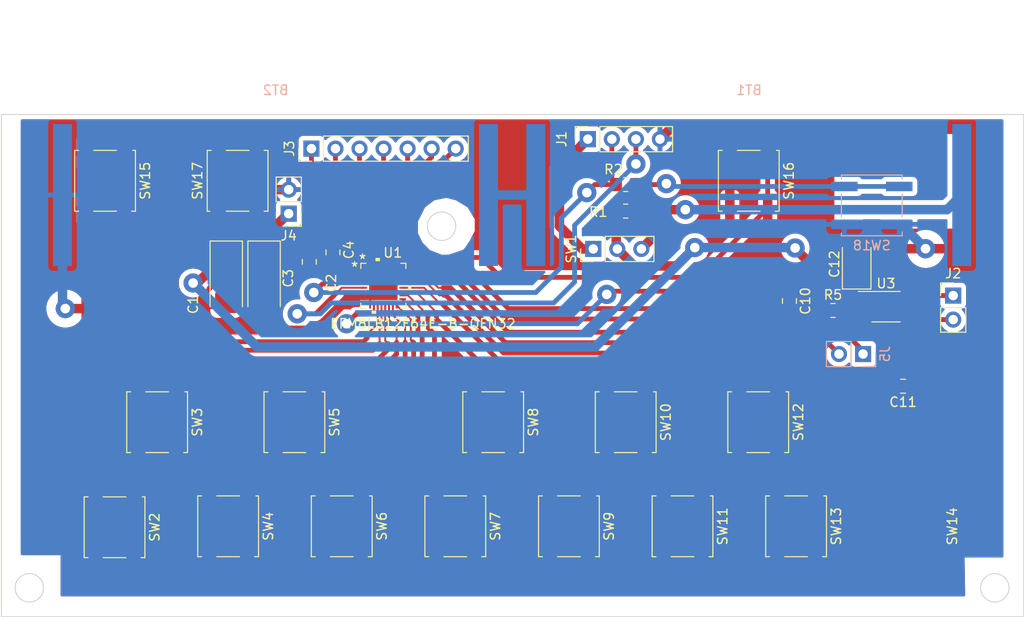
<source format=kicad_pcb>
(kicad_pcb (version 20211014) (generator pcbnew)
  (layers (0 "F.Cu" signal) (31 "B.Cu" signal) (34 "B.Paste" user) (35 "F.Paste" user) (36 "B.SilkS" user "B.Silkscreen") (37 "F.SilkS" user "F.Silkscreen") (38 "B.Mask" user) (39 "F.Mask" user) (44 "Edge.Cuts" user))
  (net 0 "")
  (net 1 "Net-(BT1-Pad1)")
  (net 2 "Net-(BT1-Pad2)")
  (net 3 "GND")
  (net 4 "/Debug_Power")
  (net 5 "/C2CLK")
  (net 6 "/C2D")
  (net 7 "/Low_C")
  (net 8 "/C#")
  (net 9 "/D")
  (net 10 "/D#")
  (net 11 "/E")
  (net 12 "/F")
  (net 13 "/F#")
  (net 14 "/G")
  (net 15 "/G#")
  (net 16 "/A")
  (net 17 "/A#")
  (net 18 "/B")
  (net 19 "/C")
  (net 20 "/Down")
  (net 21 "/Function")
  (net 22 "/Up")
  (net 23 "Net-(R1-Pad2)")
  (net 24 "/GPIO_4")
  (net 25 "VDD")
  (net 26 "/DAC")
  (net 27 "/GPIO_0")
  (net 28 "/Uart_RX")
  (net 29 "/Uart_TX")
  (net 30 "/GPIO_1")
  (net 31 "/GPIO_2")
  (net 32 "/GPIO_3")
  (net 33 "/V_pot_in")
  (net 34 "Net-(C11-Pad2)")
  (net 35 "/SPK-")
  (net 36 "/SPK+")
  (net 38 "/V_pot_out")
  (footprint "Capacitor_SMD:C_0805_2012Metric_Pad1.18x1.45mm_HandSolder" (layer "F.Cu") (at 251.5 58.9 180)
    (fp_text reference "C11")
    (fp_text value "0.1u")
  )
  (footprint "Connector_PinHeader_2.54mm:PinHeader_1x03_P2.54mm_Vertical" (layer "F.Cu") (at 218.775 44.4 90)
    (fp_text reference "SW1")
    (fp_text value "Power Switch")
  )
  (footprint "Capacitor_SMD:C_0805_2012Metric_Pad1.18x1.45mm_HandSolder" (layer "F.Cu") (at 188.7752 45.762499 -90)
    (fp_text reference "C2")
    (fp_text value "0.1u")
  )
  (footprint "Capacitor_Tantalum_SMD:CP_EIA-6032-28_Kemet-C_Pad2.25x2.35mm_HandSolder" (layer "F.Cu") (at 180 47.5 -90)
    (fp_text reference "C1")
    (fp_text value "4.7u")
  )
  (footprint "Button_Switch_SMD:SW_Push_1P1T_NO_CK_KSC7xxJ" (layer "F.Cu") (at 235.2 37.2 90)
    (fp_text reference "SW16")
    (fp_text value "Function")
  )
  (footprint "Button_Switch_SMD:SW_Push_1P1T_NO_CK_KSC7xxJ" (layer "F.Cu") (at 167.2 37.2 90)
    (fp_text reference "SW15")
    (fp_text value "Down Octave")
  )
  (footprint "Button_Switch_SMD:SW_Push_1P1T_NO_CK_KSC7xxJ" (layer "F.Cu") (at 168.2 73.8 90)
    (fp_text reference "SW2")
    (fp_text value "Low C")
  )
  (footprint "Button_Switch_SMD:SW_Push_1P1T_NO_CK_KSC7xxJ" (layer "F.Cu") (at 187.2 62.7 90)
    (fp_text reference "SW5")
    (fp_text value "D# Eb")
  )
  (footprint "Connector_PinSocket_2.54mm:PinSocket_1x04_P2.54mm_Vertical" (layer "F.Cu") (at 218.2 32.8 90)
    (fp_text reference "J1")
    (fp_text value "Conn_01x04_Male")
  )
  (footprint "QFN32:EFM8LB12F64E-B-QFN32" (layer "F.Cu") (at 196.6 48.299999)
    (fp_text reference "U1")
    (fp_text value "EFM8LB12F64E-B-QFN32")
  )
  (footprint "Button_Switch_SMD:SW_Push_1P1T_NO_CK_KSC7xxJ" (layer "F.Cu") (at 204.2 73.7 90)
    (fp_text reference "SW7")
    (fp_text value "F")
  )
  (footprint "button:SW_Push_hand_solder" (layer "F.Cu") (at 252.2 73.7 90)
    (fp_text reference "SW14")
    (fp_text value "C")
  )
  (footprint "Capacitor_Tantalum_SMD:CP_EIA-3528-12_Kemet-T_Pad1.50x2.35mm_HandSolder" (layer "F.Cu") (at 246.6 46 90)
    (fp_text reference "C12")
    (fp_text value "1u")
  )
  (footprint "Capacitor_Tantalum_SMD:CP_EIA-6032-28_Kemet-C_Pad2.25x2.35mm_HandSolder" (layer "F.Cu") (at 184 47.5 -90)
    (fp_text reference "C3")
    (fp_text value "4.7u")
  )
  (footprint "Resistor_SMD:R_0805_2012Metric_Pad1.20x1.40mm_HandSolder" (layer "F.Cu") (at 222.2 37.6)
    (fp_text reference "R2")
    (fp_text value "1K")
  )
  (footprint "Button_Switch_SMD:SW_Push_1P1T_NO_CK_KSC7xxJ" (layer "F.Cu") (at 192.2 73.7 90)
    (fp_text reference "SW6")
    (fp_text value "E")
  )
  (footprint "Button_Switch_SMD:SW_Push_1P1T_NO_CK_KSC7xxJ" (layer "F.Cu") (at 208.2 62.7 90)
    (fp_text reference "SW8")
    (fp_text value "F# Gb")
  )
  (footprint "Button_Switch_SMD:SW_Push_1P1T_NO_CK_KSC7xxJ" (layer "F.Cu") (at 216.2 73.7 90)
    (fp_text reference "SW9")
    (fp_text value "G")
  )
  (footprint "Button_Switch_SMD:SW_Push_1P1T_NO_CK_KSC7xxJ" (layer "F.Cu") (at 180.2 73.7 90)
    (fp_text reference "SW4")
    (fp_text value "D")
  )
  (footprint "Button_Switch_SMD:SW_Push_1P1T_NO_CK_KSC7xxJ" (layer "F.Cu") (at 240.2 73.7 90)
    (fp_text reference "SW13")
    (fp_text value "B")
  )
  (footprint "Package_SO:MSOP-8_3x3mm_P0.65mm" (layer "F.Cu") (at 249.7 50.5)
    (fp_text reference "U3")
    (fp_text value "PAM8302AAD")
  )
  (footprint "Connector_PinHeader_2.54mm:PinHeader_1x02_P2.54mm_Vertical" (layer "F.Cu") (at 256.8 49.325)
    (fp_text reference "J2")
    (fp_text value "Conn_01x02_Male")
  )
  (footprint "Resistor_SMD:R_0805_2012Metric_Pad1.20x1.40mm_HandSolder" (layer "F.Cu") (at 244.1 50.9)
    (fp_text reference "R5")
    (fp_text value "R")
  )
  (footprint "Connector_PinHeader_2.54mm:PinHeader_1x07_P2.54mm_Vertical" (layer "F.Cu") (at 189 33.8 90)
    (fp_text reference "J3")
    (fp_text value "Conn_01x07_Male")
  )
  (footprint "Button_Switch_SMD:SW_Push_1P1T_NO_CK_KSC7xxJ" (layer "F.Cu") (at 172.7 62.7 90)
    (fp_text reference "SW3")
    (fp_text value "C# Db")
  )
  (footprint "Button_Switch_SMD:SW_Push_1P1T_NO_CK_KSC7xxJ" (layer "F.Cu") (at 236.2 62.7 90)
    (fp_text reference "SW12")
    (fp_text value "A# Bb")
  )
  (footprint "Button_Switch_SMD:SW_Push_1P1T_NO_CK_KSC7xxJ" (layer "F.Cu") (at 181.2 37.2 -90)
    (fp_text reference "SW17")
    (fp_text value "Up Octave")
  )
  (footprint "Button_Switch_SMD:SW_Push_1P1T_NO_CK_KSC7xxJ" (layer "F.Cu") (at 228.2 73.7 90)
    (fp_text reference "SW11")
    (fp_text value "A")
  )
  (footprint "Capacitor_SMD:C_0805_2012Metric_Pad1.18x1.45mm_HandSolder" (layer "F.Cu") (at 239.5 49.9 -90)
    (fp_text reference "C10")
    (fp_text value "0.1u")
  )
  (footprint "Resistor_SMD:R_0805_2012Metric_Pad1.20x1.40mm_HandSolder" (layer "F.Cu") (at 222.2 40.4)
    (fp_text reference "R1")
    (fp_text value "10K")
  )
  (footprint "Connector_PinHeader_2.54mm:PinHeader_1x02_P2.54mm_Vertical" (layer "F.Cu") (at 186.6 40.675 180)
    (fp_text reference "J4")
    (fp_text value "Conn_01x02_Male")
  )
  (footprint "Capacitor_SMD:C_0805_2012Metric_Pad1.18x1.45mm_HandSolder" (layer "F.Cu") (at 191.2752 44.762499 -90)
    (fp_text reference "C4")
    (fp_text value "0.1u")
  )
  (footprint "Button_Switch_SMD:SW_Push_1P1T_NO_CK_KSC7xxJ" (layer "F.Cu") (at 222.2 62.7 90)
    (fp_text reference "SW10")
    (fp_text value "G# Ab")
  )
  (footprint "Battery:Battery AAA" (layer "B.Cu") (at 185.2 38.7 180)
    (fp_text reference "BT2")
    (fp_text value "Battery_Cell")
  )
  (footprint "Button_Switch_SMD:SW_Push_1P1T_NO_CK_KSC7xxJ" (layer "B.Cu") (at 248.2 39.8 180)
    (fp_text reference "SW18")
    (fp_text value "Reset")
  )
  (footprint "Connector_PinHeader_2.54mm:PinHeader_1x02_P2.54mm_Vertical" (layer "B.Cu") (at 247.275 55.5 90)
    (fp_text reference "J5")
    (fp_text value "Conn_01x02_Male")
  )
  (footprint "Battery:Battery AAA" (layer "B.Cu") (at 235.2 38.7 180)
    (fp_text reference "BT1")
    (fp_text value "Battery_Cell")
  )
  (gr_rect (start 156.25 30.2) (end 264.25 83.25) (layer "Edge.Cuts") (width 0.1) (fill none))
  (gr_circle (center 202.75 42) (end 204.25 42) (layer "Edge.Cuts") (width 0.1) (fill none))
  (gr_circle (center 261.2 80.2) (end 259.7 80.2) (layer "Edge.Cuts") (width 0.1) (fill none))
  (gr_circle (center 159.2 80.2) (end 160.7 80.2) (layer "Edge.Cuts") (width 0.1) (fill none))
  (segment (start 225.7 42.555) (end 223.855 44.4) (width 1) (layer "F.Cu") (net 1))
  (segment (start 228.5 40.25) (end 226.65 40.25) (width 1) (layer "F.Cu") (net 1))
  (segment (start 225.7 41.2) (end 225.7 42.555) (width 1) (layer "F.Cu") (net 1))
  (segment (start 226.65 40.25) (end 225.7 41.2) (width 1) (layer "F.Cu") (net 1))
  (via (at 228.5 40.25) (size 2.032) (drill 1.016) (layers "F.Cu" "B.Cu") (net 1))
  (segment (start 256.15 40.25) (end 228.5 40.25) (width 1) (layer "B.Cu") (net 1))
  (segment (start 257.7 38.7) (end 256.15 40.25) (width 1) (layer "B.Cu") (net 1))
  (segment (start 212.7 38.7) (end 207.7 38.7) (width 1) (layer "B.Cu") (net 2))
  (segment (start 258.75 31.75) (end 232.75 31.75) (width 1) (layer "F.Cu") (net 3))
  (segment (start 214.25 79.25) (end 226.5 79.25) (width 1) (layer "F.Cu") (net 3))
  (segment (start 178.1 42.6) (end 174.5 46.2) (width 1) (layer "F.Cu") (net 3))
  (segment (start 178.2 79.2) (end 178.25 79.25) (width 0.508) (layer "F.Cu") (net 3))
  (segment (start 190 79) (end 189.75 79.25) (width 0.508) (layer "F.Cu") (net 3))
  (segment (start 220.2 59.8) (end 220.2 65.6) (width 0.508) (layer "F.Cu") (net 3))
  (segment (start 183.2 34.3) (end 183.2 37.3) (width 1) (layer "F.Cu") (net 3))
  (segment (start 211.4 70.8) (end 214.2 70.8) (width 0.508) (layer "F.Cu") (net 3))
  (segment (start 170.7 59.8) (end 170.7 65.6) (width 0.508) (layer "F.Cu") (net 3))
  (segment (start 191.2752 45.799999) (end 190.950001 45.799999) (width 0.508) (layer "F.Cu") (net 3))
  (segment (start 166.2 76.7) (end 168.75 79.25) (width 1) (layer "F.Cu") (net 3))
  (segment (start 214.2 76.6) (end 214.2 79.2) (width 0.508) (layer "F.Cu") (net 3))
  (segment (start 178.25 79.25) (end 189.75 79.25) (width 1) (layer "F.Cu") (net 3))
  (segment (start 183.2 32.8) (end 183.2 34.3) (width 1) (layer "F.Cu") (net 3))
  (segment (start 186.25 53) (end 184 50.75) (width 1) (layer "F.Cu") (net 3))
  (segment (start 259.5 54.75) (end 259.5 44) (width 1) (layer "F.Cu") (net 3))
  (segment (start 250.2 78.45) (end 251 79.25) (width 0.508) (layer "F.Cu") (net 3))
  (segment (start 174.5 49.5) (end 175.25 50.25) (width 1) (layer "F.Cu") (net 3))
  (segment (start 183.8 50.25) (end 184 50.05) (width 1) (layer "F.Cu") (net 3))
  (segment (start 195.599999 49.3) (end 196.6 48.299999) (width 1) (layer "F.Cu") (net 3))
  (segment (start 183.2 41) (end 181.6 42.6) (width 1) (layer "F.Cu") (net 3))
  (segment (start 220.2 65.6) (end 225.4 70.8) (width 0.508) (layer "F.Cu") (net 3))
  (segment (start 190 79) (end 191.25 79) (width 0.508) (layer "F.Cu") (net 3))
  (segment (start 183.2 40.1) (end 183.2 41) (width 1) (layer "F.Cu") (net 3))
  (segment (start 165.2 40.1) (end 165.2 50.7) (width 1) (layer "F.Cu") (net 3))
  (segment (start 181.65 31.25) (end 183.2 32.8) (width 1) (layer "F.Cu") (net 3))
  (segment (start 238.2 76.6) (end 238.2 79.2) (width 0.508) (layer "F.Cu") (net 3))
  (segment (start 233.2 40.1) (end 233.2 32.2) (width 1) (layer "F.Cu") (net 3))
  (segment (start 191.5 79.25) (end 202.25 79.25) (width 1) (layer "F.Cu") (net 3))
  (segment (start 184 50.05) (end 184.7 50.05) (width 0.508) (layer "F.Cu") (net 3))
  (segment (start 202.2 70.8) (end 202.2 76.6) (width 0.508) (layer "F.Cu") (net 3))
  (segment (start 166.2 68.2) (end 166.2 70.9) (width 1) (layer "F.Cu") (net 3))
  (segment (start 168.25 31.25) (end 181.65 31.25) (width 1) (layer "F.Cu") (net 3))
  (segment (start 168.75 79.25) (end 178.25 79.25) (width 1) (layer "F.Cu") (net 3))
  (segment (start 232.75 31.75) (end 226.87 31.75) (width 1) (layer "F.Cu") (net 3))
  (segment (start 234.2 66.8) (end 238.2 70.8) (width 0.508) (layer "F.Cu") (net 3))
  (segment (start 184.7 50.05) (end 187.950001 46.799999) (width 0.508) (layer "F.Cu") (net 3))
  (segment (start 249.625 44.375) (end 253.875 44.375) (width 1) (layer "F.Cu") (net 3))
  (segment (start 178.2 70.8) (end 178.2 79.2) (width 0.508) (layer "F.Cu") (net 3))
  (segment (start 190.2 70.8) (end 190.2 78.8) (width 0.508) (layer "F.Cu") (net 3))
  (segment (start 193.25 50) (end 192.5 50) (width 1) (layer "F.Cu") (net 3))
  (segment (start 259.125 44.375) (end 259.5 44) (width 1) (layer "F.Cu") (net 3))
  (segment (start 185.2 59.8) (end 185.2 65.6) (width 0.508) (layer "F.Cu") (net 3))
  (segment (start 226.2 70.8) (end 226.2 76.6) (width 0.508) (layer "F.Cu") (net 3))
  (segment (start 250.675 50.175) (end 250 49.5) (width 0.3) (layer "F.Cu") (net 3))
  (segment (start 202.2 76.6) (end 202.2 79.2) (width 0.508) (layer "F.Cu") (net 3))
  (segment (start 226.2 78.95) (end 226.5 79.25) (width 0.508) (layer "F.Cu") (net 3))
  (segment (start 249.5 49) (end 249.5 47.5) (width 0.3) (layer "F.Cu") (net 3))
  (segment (start 175.9 70.8) (end 178.2 70.8) (width 0.508) (layer "F.Cu") (net 3))
  (segment (start 192.5 50) (end 190.75 51.75) (width 1) (layer "F.Cu") (net 3))
  (segment (start 165.2 50.7) (end 163 50.7) (width 1) (layer "F.Cu") (net 3))
  (segment (start 226.87 31.75) (end 225.82 32.8) (width 1) (layer "F.Cu") (net 3))
  (segment (start 214.2 79.2) (end 214.25 79.25) (width 0.508) (layer "F.Cu") (net 3))
  (segment (start 234.2 65.6) (end 234.2 66.8) (width 0.508) (layer "F.Cu") (net 3))
  (segment (start 170.7 65.6) (end 175.9 70.8) (width 0.508) (layer "F.Cu") (net 3))
  (segment (start 185.2 65.8) (end 190.2 70.8) (width 0.508) (layer "F.Cu") (net 3))
  (segment (start 190.75 52.5) (end 190.25 53) (width 1) (layer "F.Cu") (net 3))
  (segment (start 186.6 38.135) (end 184.035 38.135) (width 1) (layer "F.Cu") (net 3))
  (segment (start 165.2 50.7) (end 165.2 67.2) (width 1) (layer "F.Cu") (net 3))
  (segment (start 183.2 37.3) (end 183.2 40.1) (width 1) (layer "F.Cu") (net 3))
  (segment (start 249.625 44.375) (end 249.625 47.125) (width 1) (layer "F.Cu") (net 3))
  (segment (start 253.875 44.375) (end 259.125 44.375) (width 1) (layer "F.Cu") (net 3))
  (segment (start 250 49.5) (end 249.5 49) (width 0.3) (layer "F.Cu") (net 3))
  (segment (start 190.75 51.75) (end 190.75 52.5) (width 1) (layer "F.Cu") (net 3))
  (segment (start 214.2 70.8) (end 214.2 76.6) (width 0.508) (layer "F.Cu") (net 3))
  (segment (start 206.2 65.6) (end 211.4 70.8) (width 0.508) (layer "F.Cu") (net 3))
  (segment (start 226.5 79.25) (end 238.25 79.25) (width 1) (layer "F.Cu") (net 3))
  (segment (start 174.5 46.2) (end 174.5 49.5) (width 1) (layer "F.Cu") (net 3))
  (segment (start 226.2 76.6) (end 226.2 78.95) (width 0.508) (layer "F.Cu") (net 3))
  (segment (start 195.2 49.699999) (end 196.6 48.299999) (width 0.2) (layer "F.Cu") (net 3))
  (segment (start 184.035 38.135) (end 183.2 37.3) (width 1) (layer "F.Cu") (net 3))
  (segment (start 194.550002 49.3) (end 195.599999 49.3) (width 1) (layer "F.Cu") (net 3))
  (segment (start 190.2 78.8) (end 190 79) (width 0.508) (layer "F.Cu") (net 3))
  (segment (start 185.2 65.6) (end 185.2 65.8) (width 0.508) (layer "F.Cu") (net 3))
  (segment (start 190.25 53) (end 186.25 53) (width 1) (layer "F.Cu") (net 3))
  (segment (start 249.625 47.125) (end 249.5 47.25) (width 1) (layer "F.Cu") (net 3))
  (segment (start 190.950001 45.799999) (end 190.25 46.5) (width 0.508) (layer "F.Cu") (net 3))
  (segment (start 255.25 79.25) (end 257.5 77) (width 1) (layer "F.Cu") (net 3))
  (segment (start 165.2 34.3) (end 168.25 31.25) (width 1) (layer "F.Cu") (net 3))
  (segment (start 238.2 70.8) (end 238.2 76.6) (width 0.508) (layer "F.Cu") (net 3))
  (segment (start 257.5 77) (end 257.5 58.75) (width 1) (layer "F.Cu") (net 3))
  (segment (start 206.2 59.8) (end 206.2 65.6) (width 0.508) (layer "F.Cu") (net 3))
  (segment (start 165.2 34.3) (end 165.2 40.1) (width 1) (layer "F.Cu") (net 3))
  (segment (start 194.550002 49.3) (end 193.95 49.3) (width 1) (layer "F.Cu") (net 3))
  (segment (start 251.8125 50.175) (end 250.675 50.175) (width 0.3) (layer "F.Cu") (net 3))
  (segment (start 225.4 70.8) (end 226.2 70.8) (width 0.508) (layer "F.Cu") (net 3))
  (segment (start 233.2 32.2) (end 232.75 31.75) (width 1) (layer "F.Cu") (net 3))
  (segment (start 189.075199 46.5) (end 188.7752 46.799999) (width 0.508) (layer "F.Cu") (net 3))
  (segment (start 246.6 44.375) (end 249.625 44.375) (width 1) (layer "F.Cu") (net 3))
  (segment (start 257.35 58.9) (end 257.5 58.75) (width 1) (layer "F.Cu") (net 3))
  (segment (start 189.75 79.25) (end 191.5 79.25) (width 1) (layer "F.Cu") (net 3))
  (segment (start 202.2 79.2) (end 202.25 79.25) (width 0.508) (layer "F.Cu") (net 3))
  (segment (start 250.2 70.8) (end 250.2 76.6) (width 0.508) (layer "F.Cu") (net 3))
  (segment (start 175.25 50.25) (end 183.8 50.25) (width 1) (layer "F.Cu") (net 3))
  (segment (start 193.95 49.3) (end 193.25 50) (width 1) (layer "F.Cu") (net 3))
  (segment (start 166.2 70.9) (end 166.2 76.7) (width 1) (layer "F.Cu") (net 3))
  (segment (start 191.25 79) (end 191.5 79.25) (width 0.508) (layer "F.Cu") (net 3))
  (segment (start 195.2 50.349997) (end 195.2 49.699999) (width 0.2) (layer "F.Cu") (net 3))
  (segment (start 165.2 67.2) (end 166.2 68.2) (width 1) (layer "F.Cu") (net 3))
  (segment (start 259.5 32.5) (end 258.75 31.75) (width 1) (layer "F.Cu") (net 3))
  (segment (start 251 79.25) (end 255.25 79.25) (width 1) (layer "F.Cu") (net 3))
  (segment (start 202.25 79.25) (end 214.25 79.25) (width 1) (layer "F.Cu") (net 3))
  (segment (start 238.25 79.25) (end 251 79.25) (width 1) (layer "F.Cu") (net 3))
  (segment (start 238.2 79.2) (end 238.25 79.25) (width 0.508) (layer "F.Cu") (net 3))
  (segment (start 234.2 59.8) (end 234.2 65.6) (width 0.508) (layer "F.Cu") (net 3))
  (segment (start 257.5 58.75) (end 257.5 56.75) (width 1) (layer "F.Cu") (net 3))
  (segment (start 250.2 76.6) (end 250.2 78.45) (width 0.508) (layer "F.Cu") (net 3))
  (segment (start 184 50.75) (end 184 50.05) (width 1) (layer "F.Cu") (net 3))
  (segment (start 257.5 56.75) (end 259.5 54.75) (width 1) (layer "F.Cu") (net 3))
  (segment (start 259.5 44) (end 259.5 32.5) (width 1) (layer "F.Cu") (net 3))
  (segment (start 252.5375 58.9) (end 257.35 58.9) (width 1) (layer "F.Cu") (net 3))
  (segment (start 190.25 46.5) (end 189.075199 46.5) (width 0.508) (layer "F.Cu") (net 3))
  (segment (start 187.950001 46.799999) (end 188.7752 46.799999) (width 0.508) (layer "F.Cu") (net 3))
  (segment (start 181.6 42.6) (end 178.1 42.6) (width 1) (layer "F.Cu") (net 3))
  (via (at 253.875 44.375) (size 2.032) (drill 1.016) (layers "F.Cu" "B.Cu") (net 3))
  (via (at 163 50.7) (size 2.032) (drill 1.016) (layers "F.Cu" "B.Cu") (net 3))
  (segment (start 251.1 41.8) (end 251.3 41.8) (width 1) (layer "B.Cu") (net 3))
  (segment (start 162.7 38.7) (end 162.7 50.4) (width 1) (layer "B.Cu") (net 3))
  (segment (start 251.3 41.8) (end 253.875 44.375) (width 1) (layer "B.Cu") (net 3))
  (segment (start 162.7 50.4) (end 163 50.7) (width 1) (layer "B.Cu") (net 3))
  (segment (start 245.3 41.8) (end 252.05 41.8) (width 1) (layer "B.Cu") (net 3))
  (segment (start 215.2 42) (end 215.2 35.8) (width 1) (layer "F.Cu") (net 4))
  (segment (start 217.6 44.4) (end 215.2 42) (width 1) (layer "F.Cu") (net 4))
  (segment (start 215.2 35.8) (end 218.2 32.8) (width 1) (layer "F.Cu") (net 4))
  (segment (start 218.775 44.4) (end 217.6 44.4) (width 1) (layer "F.Cu") (net 4))
  (segment (start 218.93745 37.6) (end 218.092181 38.445269) (width 0.508) (layer "F.Cu") (net 5))
  (segment (start 220.74 37.14) (end 221.2 37.6) (width 0.508) (layer "F.Cu") (net 5))
  (segment (start 220.74 32.8) (end 220.74 37.14) (width 0.508) (layer "F.Cu") (net 5))
  (segment (start 221.2 37.6) (end 218.93745 37.6) (width 0.508) (layer "F.Cu") (net 5))
  (segment (start 191.6752 48.099999) (end 190.150001 48.099999) (width 0.508) (layer "F.Cu") (net 5))
  (segment (start 190.150001 48.099999) (end 189.25 49) (width 0.508) (layer "F.Cu") (net 5))
  (segment (start 194.550002 48.099999) (end 191.6752 48.099999) (width 0.2) (layer "F.Cu") (net 5))
  (via (at 189.25 49) (size 2.032) (drill 1.016) (layers "F.Cu" "B.Cu") (net 5))
  (via (at 218.092181 38.445269) (size 2.032) (drill 1.016) (layers "F.Cu" "B.Cu") (net 5))
  (segment (start 215.4 41.13745) (end 215.4 46.3) (width 0.508) (layer "B.Cu") (net 5))
  (segment (start 215.4 46.3) (end 212.7 49) (width 0.508) (layer "B.Cu") (net 5))
  (segment (start 218.092181 38.445269) (end 215.4 41.13745) (width 0.508) (layer "B.Cu") (net 5))
  (segment (start 212.7 49) (end 189.25 49) (width 0.508) (layer "B.Cu") (net 5))
  (segment (start 189.45 51.25) (end 191.7 49) (width 0.508) (layer "F.Cu") (net 6))
  (segment (start 194.550002 48.499999) (end 192.200001 48.499999) (width 0.2) (layer "F.Cu") (net 6))
  (segment (start 187.5 51.25) (end 189.45 51.25) (width 0.508) (layer "F.Cu") (net 6))
  (segment (start 223.28 32.8) (end 223.28 35.42) (width 0.508) (layer "F.Cu") (net 6))
  (segment (start 192.200001 48.499999) (end 191.7 49) (width 0.2) (layer "F.Cu") (net 6))
  (via (at 223.28 35.42) (size 2.032) (drill 1.016) (layers "F.Cu" "B.Cu") (net 6))
  (via (at 187.5 51.25) (size 2.032) (drill 1.016) (layers "F.Cu" "B.Cu") (net 6))
  (segment (start 216.8 47.9) (end 214.6 50.1) (width 0.508) (layer "B.Cu") (net 6))
  (segment (start 216.8 41.9) (end 216.8 47.9) (width 0.508) (layer "B.Cu") (net 6))
  (segment (start 223.28 35.42) (end 216.8 41.9) (width 0.508) (layer "B.Cu") (net 6))
  (segment (start 191.1 50.1) (end 189.95 51.25) (width 0.508) (layer "B.Cu") (net 6))
  (segment (start 214.6 50.1) (end 191.1 50.1) (width 0.508) (layer "B.Cu") (net 6))
  (segment (start 189.95 51.25) (end 187.5 51.25) (width 0.508) (layer "B.Cu") (net 6))
  (segment (start 170.1 56) (end 196.1 56) (width 0.508) (layer "F.Cu") (net 7))
  (segment (start 197.1 55) (end 197.1 54.4) (width 0.508) (layer "F.Cu") (net 7))
  (segment (start 168.4 57.7) (end 170.1 56) (width 0.508) (layer "F.Cu") (net 7))
  (segment (start 196.8 54.1) (end 197.1 54.4) (width 0.2) (layer "F.Cu") (net 7))
  (segment (start 196.1 56) (end 197.1 55) (width 0.508) (layer "F.Cu") (net 7))
  (segment (start 196.8 50.349997) (end 196.8 54.1) (width 0.2) (layer "F.Cu") (net 7))
  (segment (start 170.2 70.9) (end 170.2 76.7) (width 0.508) (layer "F.Cu") (net 7))
  (segment (start 168.4 69.1) (end 168.4 57.7) (width 0.508) (layer "F.Cu") (net 7))
  (segment (start 170.2 70.9) (end 168.4 69.1) (width 0.508) (layer "F.Cu") (net 7))
  (segment (start 197.199999 50.349997) (end 197.199999 51.899999) (width 0.2) (layer "F.Cu") (net 8))
  (segment (start 174.7 65.6) (end 174.7 59.8) (width 0.508) (layer "F.Cu") (net 8))
  (segment (start 198 55.5) (end 198 54.25) (width 0.508) (layer "F.Cu") (net 8))
  (segment (start 197.199999 51.899999) (end 198 52.7) (width 0.2) (layer "F.Cu") (net 8))
  (segment (start 179 56.9) (end 196.6 56.9) (width 0.508) (layer "F.Cu") (net 8))
  (segment (start 176.1 59.8) (end 179 56.9) (width 0.508) (layer "F.Cu") (net 8))
  (segment (start 196.6 56.9) (end 198 55.5) (width 0.508) (layer "F.Cu") (net 8))
  (segment (start 174.7 59.8) (end 176.1 59.8) (width 0.508) (layer "F.Cu") (net 8))
  (segment (start 198 52.7) (end 198 54.25) (width 0.2) (layer "F.Cu") (net 8))
  (segment (start 198.9 52.7) (end 198.9 54.25) (width 0.2) (layer "F.Cu") (net 9))
  (segment (start 197.2 57.8) (end 198.9 56.1) (width 0.508) (layer "F.Cu") (net 9))
  (segment (start 197.600001 50.349997) (end 197.600001 51.400001) (width 0.2) (layer "F.Cu") (net 9))
  (segment (start 182.2 70.8) (end 182.2 76.6) (width 0.508) (layer "F.Cu") (net 9))
  (segment (start 182.2 59.6) (end 184 57.8) (width 0.508) (layer "F.Cu") (net 9))
  (segment (start 182.2 70.8) (end 182.2 59.6) (width 0.508) (layer "F.Cu") (net 9))
  (segment (start 198.9 56.1) (end 198.9 54.25) (width 0.508) (layer "F.Cu") (net 9))
  (segment (start 197.600001 51.400001) (end 198.9 52.7) (width 0.2) (layer "F.Cu") (net 9))
  (segment (start 184 57.8) (end 197.2 57.8) (width 0.508) (layer "F.Cu") (net 9))
  (segment (start 197.1 59.8) (end 199.8 57.1) (width 0.508) (layer "F.Cu") (net 10))
  (segment (start 199.5 51.849997) (end 199.5 54) (width 0.2) (layer "F.Cu") (net 10))
  (segment (start 189.2 65.6) (end 189.2 59.8) (width 0.508) (layer "F.Cu") (net 10))
  (segment (start 199.8 57.1) (end 199.8 54.3) (width 0.508) (layer "F.Cu") (net 10))
  (segment (start 199.8 54.3) (end 199.7 54.2) (width 0.508) (layer "F.Cu") (net 10))
  (segment (start 198 50.349997) (end 199.5 51.849997) (width 0.2) (layer "F.Cu") (net 10))
  (segment (start 189.2 59.8) (end 197.1 59.8) (width 0.508) (layer "F.Cu") (net 10))
  (segment (start 199.5 54) (end 199.7 54.2) (width 0.2) (layer "F.Cu") (net 10))
  (segment (start 200.253511 51.353511) (end 200.2 51.3) (width 0.508) (layer "F.Cu") (net 11))
  (segment (start 200.7 53.6) (end 200.253511 53.153511) (width 0.508) (layer "F.Cu") (net 11))
  (segment (start 200.7 64.3) (end 200.7 53.6) (width 0.508) (layer "F.Cu") (net 11))
  (segment (start 194.2 70.8) (end 200.7 64.3) (width 0.508) (layer "F.Cu") (net 11))
  (segment (start 198.649998 49.749998) (end 200.2 51.3) (width 0.2) (layer "F.Cu") (net 11))
  (segment (start 200.253511 53.153511) (end 200.253511 51.353511) (width 0.508) (layer "F.Cu") (net 11))
  (segment (start 194.2 70.8) (end 194.2 76.6) (width 0.508) (layer "F.Cu") (net 11))
  (segment (start 198.649998 49.699999) (end 198.649998 49.749998) (width 0.2) (layer "F.Cu") (net 11))
  (segment (start 198.649998 49.3) (end 199.2 49.3) (width 0.2) (layer "F.Cu") (net 12))
  (segment (start 206.2 70.8) (end 206.2 70.1) (width 0.508) (layer "F.Cu") (net 12))
  (segment (start 201.3 52.7) (end 201.3 51.4) (width 0.508) (layer "F.Cu") (net 12))
  (segment (start 206.2 70.8) (end 206.2 76.6) (width 0.508) (layer "F.Cu") (net 12))
  (segment (start 202 53.4) (end 201.3 52.7) (width 0.508) (layer "F.Cu") (net 12))
  (segment (start 206.2 70.1) (end 202 65.9) (width 0.508) (layer "F.Cu") (net 12))
  (segment (start 199.2 49.3) (end 201.3 51.4) (width 0.2) (layer "F.Cu") (net 12))
  (segment (start 202 65.9) (end 202 53.4) (width 0.508) (layer "F.Cu") (net 12))
  (segment (start 210.2 59.8) (end 210.2 65.6) (width 0.508) (layer "F.Cu") (net 13))
  (segment (start 210.2 59.8) (end 202.2 51.8) (width 0.508) (layer "F.Cu") (net 13))
  (segment (start 202.2 51.8) (end 202.2 51.1) (width 0.508) (layer "F.Cu") (net 13))
  (segment (start 199.999998 48.899998) (end 202.2 51.1) (width 0.2) (layer "F.Cu") (net 13))
  (segment (start 198.649998 48.899998) (end 199.999998 48.899998) (width 0.2) (layer "F.Cu") (net 13))
  (segment (start 213.3 57.7) (end 212.1 56.5) (width 0.508) (layer "F.Cu") (net 14))
  (segment (start 213.3 63.2) (end 213.3 57.7) (width 0.508) (layer "F.Cu") (net 14))
  (segment (start 209.1 56.5) (end 202.7 50.1) (width 0.508) (layer "F.Cu") (net 14))
  (segment (start 198.649998 48.499999) (end 200.899999 48.499999) (width 0.2) (layer "F.Cu") (net 14))
  (segment (start 202.5 50.1) (end 202.8 50.1) (width 0.2) (layer "F.Cu") (net 14))
  (segment (start 200.899999 48.499999) (end 202.5 50.1) (width 0.2) (layer "F.Cu") (net 14))
  (segment (start 218.2 70.8) (end 218.2 68.1) (width 0.508) (layer "F.Cu") (net 14))
  (segment (start 218.2 68.1) (end 213.3 63.2) (width 0.508) (layer "F.Cu") (net 14))
  (segment (start 218.2 70.8) (end 218.2 76.6) (width 0.508) (layer "F.Cu") (net 14))
  (segment (start 202.5 50.1) (end 202.7 50.1) (width 0.2) (layer "F.Cu") (net 14))
  (segment (start 212.1 56.5) (end 209.1 56.5) (width 0.508) (layer "F.Cu") (net 14))
  (segment (start 202.5 49.3) (end 203 49.3) (width 0.2) (layer "F.Cu") (net 15))
  (segment (start 201.299999 48.099999) (end 202.5 49.3) (width 0.2) (layer "F.Cu") (net 15))
  (segment (start 203.2 49.3) (end 203 49.3) (width 0.508) (layer "F.Cu") (net 15))
  (segment (start 221.8 57.1) (end 220.1 55.4) (width 0.508) (layer "F.Cu") (net 15))
  (segment (start 224.2 59.8) (end 224.2 65.6) (width 0.508) (layer "F.Cu") (net 15))
  (segment (start 224.2 59.5) (end 221.8 57.1) (width 0.508) (layer "F.Cu") (net 15))
  (segment (start 209.3 55.4) (end 203.7 49.8) (width 0.508) (layer "F.Cu") (net 15))
  (segment (start 224.2 59.8) (end 224.2 59.5) (width 0.508) (layer "F.Cu") (net 15))
  (segment (start 220.1 55.4) (end 209.5 55.4) (width 0.508) (layer "F.Cu") (net 15))
  (segment (start 209.5 55.4) (end 209.3 55.4) (width 0.508) (layer "F.Cu") (net 15))
  (segment (start 198.649998 48.099999) (end 201.299999 48.099999) (width 0.2) (layer "F.Cu") (net 15))
  (segment (start 203.7 49.8) (end 203.2 49.3) (width 0.508) (layer "F.Cu") (net 15))
  (segment (start 230.2 62.5) (end 222 54.3) (width 0.508) (layer "F.Cu") (net 16))
  (segment (start 203.7 48.5) (end 202.9 48.5) (width 0.508) (layer "F.Cu") (net 16))
  (segment (start 198.649998 47.7) (end 201.6 47.7) (width 0.2) (layer "F.Cu") (net 16))
  (segment (start 222 54.3) (end 209.5 54.3) (width 0.508) (layer "F.Cu") (net 16))
  (segment (start 201.6 47.7) (end 202.4 48.5) (width 0.2) (layer "F.Cu") (net 16))
  (segment (start 202.4 48.5) (end 202.9 48.5) (width 0.2) (layer "F.Cu") (net 16))
  (segment (start 230.2 70.8) (end 230.2 62.5) (width 0.508) (layer "F.Cu") (net 16))
  (segment (start 230.2 70.8) (end 230.2 76.6) (width 0.508) (layer "F.Cu") (net 16))
  (segment (start 209.5 54.3) (end 203.7 48.5) (width 0.508) (layer "F.Cu") (net 16))
  (segment (start 210.1 53.2) (end 209.8 53.2) (width 0.508) (layer "F.Cu") (net 17))
  (segment (start 202.299998 47.299998) (end 202.7 47.7) (width 0.2) (layer "F.Cu") (net 17))
  (segment (start 209.8 53.2) (end 205.2 48.6) (width 0.508) (layer "F.Cu") (net 17))
  (segment (start 204.3 47.7) (end 202.7 47.7) (width 0.508) (layer "F.Cu") (net 17))
  (segment (start 238.2 59.8) (end 238.2 65.6) (width 0.508) (layer "F.Cu") (net 17))
  (segment (start 205.2 48.6) (end 204.4 47.8) (width 0.508) (layer "F.Cu") (net 17))
  (segment (start 198.649998 47.299998) (end 202.299998 47.299998) (width 0.2) (layer "F.Cu") (net 17))
  (segment (start 204.4 47.8) (end 204.3 47.7) (width 0.508) (layer "F.Cu") (net 17))
  (segment (start 238.2 59.8) (end 231.6 53.2) (width 0.508) (layer "F.Cu") (net 17))
  (segment (start 231.6 53.2) (end 210.1 53.2) (width 0.508) (layer "F.Cu") (net 17))
  (segment (start 242.2 58.7) (end 235.5 52) (width 0.508) (layer "F.Cu") (net 18))
  (segment (start 242.2 70.8) (end 242.2 76.6) (width 0.508) (layer "F.Cu") (net 18))
  (segment (start 204.6 46.9) (end 202.7 46.9) (width 0.508) (layer "F.Cu") (net 18))
  (segment (start 209.5 51.8) (end 205.2 47.5) (width 0.508) (layer "F.Cu") (net 18))
  (segment (start 235.5 52) (end 235.3 51.8) (width 0.508) (layer "F.Cu") (net 18))
  (segment (start 198.649998 46.899999) (end 202.7 46.9) (width 0.2) (layer "F.Cu") (net 18))
  (segment (start 204.7 47) (end 204.6 46.9) (width 0.508) (layer "F.Cu") (net 18))
  (segment (start 235.3 51.8) (end 210.1 51.8) (width 0.508) (layer "F.Cu") (net 18))
  (segment (start 242.2 70.8) (end 242.2 58.7) (width 0.508) (layer "F.Cu") (net 18))
  (segment (start 210.1 51.8) (end 209.5 51.8) (width 0.508) (layer "F.Cu") (net 18))
  (segment (start 205.2 47.5) (end 204.7 47) (width 0.508) (layer "F.Cu") (net 18))
  (segment (start 209.8 50.7) (end 205.2 46.1) (width 0.508) (layer "F.Cu") (net 19))
  (segment (start 198 45.9) (end 198.3 45.6) (width 0.2) (layer "F.Cu") (net 19))
  (segment (start 254.2 70.8) (end 254.2 76.6) (width 0.508) (layer "F.Cu") (net 19))
  (segment (start 205.2 46.1) (end 199.8 46.1) (width 0.508) (layer "F.Cu") (net 19))
  (segment (start 236.4 50.7) (end 209.8 50.7) (width 0.508) (layer "F.Cu") (net 19))
  (segment (start 198.3 45.6) (end 199.3 45.6) (width 0.2) (layer "F.Cu") (net 19))
  (segment (start 198 46.250001) (end 198 45.9) (width 0.2) (layer "F.Cu") (net 19))
  (segment (start 254.2 70.8) (end 254.2 68.5) (width 0.508) (layer "F.Cu") (net 19))
  (segment (start 254.2 68.5) (end 236.4 50.7) (width 0.508) (layer "F.Cu") (net 19))
  (segment (start 199.8 46.1) (end 199.3 45.6) (width 0.508) (layer "F.Cu") (net 19))
  (segment (start 169.2 40.1) (end 169.2 47.7) (width 0.508) (layer "F.Cu") (net 20))
  (segment (start 176.6 55.1) (end 195.5 55.1) (width 0.508) (layer "F.Cu") (net 20))
  (segment (start 169.2 47.7) (end 176.6 55.1) (width 0.508) (layer "F.Cu") (net 20))
  (segment (start 196.2 52.9) (end 196.2 54.4) (width 0.2) (layer "F.Cu") (net 20))
  (segment (start 169.2 34.3) (end 169.2 40.1) (width 0.508) (layer "F.Cu") (net 20))
  (segment (start 196.4 52.7) (end 196.2 52.9) (width 0.2) (layer "F.Cu") (net 20))
  (segment (start 196.4 50.349997) (end 196.4 52.7) (width 0.2) (layer "F.Cu") (net 20))
  (segment (start 195.5 55.1) (end 196.2 54.4) (width 0.508) (layer "F.Cu") (net 20))
  (segment (start 199.7 44.8) (end 198.3 44.8) (width 0.508) (layer "F.Cu") (net 21))
  (segment (start 200.2 45.3) (end 199.7 44.8) (width 0.508) (layer "F.Cu") (net 21))
  (segment (start 197.600001 45.499999) (end 198.3 44.8) (width 0.2) (layer "F.Cu") (net 21))
  (segment (start 197.600001 46.250001) (end 197.600001 45.499999) (width 0.2) (layer "F.Cu") (net 21))
  (segment (start 229.9 47.4) (end 209 47.4) (width 0.508) (layer "F.Cu") (net 21))
  (segment (start 237.2 40.1) (end 229.9 47.4) (width 0.508) (layer "F.Cu") (net 21))
  (segment (start 206.9 45.3) (end 200.2 45.3) (width 0.508) (layer "F.Cu") (net 21))
  (segment (start 209 47.4) (end 206.9 45.3) (width 0.508) (layer "F.Cu") (net 21))
  (segment (start 237.2 34.3) (end 237.2 40.1) (width 0.508) (layer "F.Cu") (net 21))
  (segment (start 196.000001 50.349997) (end 196.000001 52.299999) (width 0.2) (layer "F.Cu") (net 22))
  (segment (start 173 43) (end 173 50) (width 0.508) (layer "F.Cu") (net 22))
  (segment (start 195 53.3) (end 194.9 53.4) (width 0.2) (layer "F.Cu") (net 22))
  (segment (start 175.9 40.1) (end 179.2 40.1) (width 0.508) (layer "F.Cu") (net 22))
  (segment (start 173 43) (end 175.9 40.1) (width 0.508) (layer "F.Cu") (net 22))
  (segment (start 194.5 54.2) (end 194.9 53.8) (width 0.508) (layer "F.Cu") (net 22))
  (segment (start 177.2 54.2) (end 194.5 54.2) (width 0.508) (layer "F.Cu") (net 22))
  (segment (start 179.2 40.1) (end 179.2 34.3) (width 0.508) (layer "F.Cu") (net 22))
  (segment (start 196.000001 52.299999) (end 195 53.3) (width 0.2) (layer "F.Cu") (net 22))
  (segment (start 194.9 53.4) (end 194.9 53.7) (width 0.2) (layer "F.Cu") (net 22))
  (segment (start 173 50) (end 177.2 54.2) (width 0.508) (layer "F.Cu") (net 22))
  (segment (start 223.2 37.6) (end 223.2 40.4) (width 0.508) (layer "F.Cu") (net 23))
  (segment (start 223.2 37.6) (end 226.4 37.6) (width 0.508) (layer "F.Cu") (net 23))
  (segment (start 226.4 37.6) (end 226.5 37.5) (width 0.508) (layer "F.Cu") (net 23))
  (via (at 226.5 37.5) (size 2.032) (drill 1.016) (layers "F.Cu" "B.Cu") (net 23))
  (segment (start 226.8 37.8) (end 226.5 37.5) (width 0.508) (layer "B.Cu") (net 23))
  (segment (start 245.3 37.8) (end 226.8 37.8) (width 0.508) (layer "B.Cu") (net 23))
  (segment (start 251.1 37.8) (end 245.3 37.8) (width 0.508) (layer "B.Cu") (net 23))
  (segment (start 189 33.8) (end 189 35.4) (width 0.508) (layer "F.Cu") (net 24))
  (segment (start 189 35.4) (end 193.2 39.6) (width 0.508) (layer "F.Cu") (net 24))
  (segment (start 194.299999 46.899999) (end 193.8 46.4) (width 0.2) (layer "F.Cu") (net 24))
  (segment (start 193.8 46.4) (end 193.8 44.7) (width 0.2) (layer "F.Cu") (net 24))
  (segment (start 193.8 44.7) (end 193.2 44.1) (width 0.2) (layer "F.Cu") (net 24))
  (segment (start 193.2 44.1) (end 193.2 43.4) (width 0.2) (layer "F.Cu") (net 24))
  (segment (start 194.550002 46.899999) (end 194.299999 46.899999) (width 0.2) (layer "F.Cu") (net 24))
  (segment (start 193.2 39.6) (end 193.2 43.4) (width 0.508) (layer "F.Cu") (net 24))
  (segment (start 188.7752 44.724999) (end 189.974999 44.724999) (width 0.3) (layer "F.Cu") (net 25))
  (segment (start 248.775 49.525) (end 247.5875 49.525) (width 0.3) (layer "F.Cu") (net 25))
  (segment (start 192.75 45.685161) (end 192.03242 44.96758) (width 0.2) (layer "F.Cu") (net 25))
  (segment (start 246.25 49) (end 246.25 47.975) (width 0.508) (layer "F.Cu") (net 25))
  (segment (start 243.375 47.625) (end 240.1 44.35) (width 1) (layer "F.Cu") (net 25))
  (segment (start 246.525 49.525) (end 246.25 49.25) (width 0.3) (layer "F.Cu") (net 25))
  (segment (start 176.95 48) (end 180 44.95) (width 1) (layer "F.Cu") (net 25))
  (segment (start 247.5875 49.525) (end 246.525 49.525) (width 0.3) (layer "F.Cu") (net 25))
  (segment (start 190.224999 43.724999) (end 190 43.5) (width 0.508) (layer "F.Cu") (net 25))
  (segment (start 184.05 44.95) (end 184 44.95) (width 1) (layer "F.Cu") (net 25))
  (segment (start 187.25 43.5) (end 185.8 44.95) (width 0.508) (layer "F.Cu") (net 25))
  (segment (start 246.6 47.625) (end 243.375 47.625) (width 1) (layer "F.Cu") (net 25))
  (segment (start 184 43.2) (end 184 44.95) (width 1) (layer "F.Cu") (net 25))
  (segment (start 192.75 46.75) (end 192.75 45.685161) (width 0.2) (layer "F.Cu") (net 25))
  (segment (start 191.2752 43.724999) (end 190.224999 43.724999) (width 0.508) (layer "F.Cu") (net 25))
  (segment (start 191.724999 43.724999) (end 191.2752 43.724999) (width 0.3) (layer "F.Cu") (net 25))
  (segment (start 246.25 49.25) (end 246.25 49) (width 0.3) (layer "F.Cu") (net 25))
  (segment (start 193.900979 47.299998) (end 193.25 46.649019) (width 0.2) (layer "F.Cu") (net 25))
  (segment (start 193.7 47.7) (end 192.75 46.75) (width 0.2) (layer "F.Cu") (net 25))
  (segment (start 221.315 44.4) (end 223.115 46.2) (width 1) (layer "F.Cu") (net 25))
  (segment (start 221.2 40.4) (end 221.2 44.285) (width 1) (layer "F.Cu") (net 25))
  (segment (start 184 44.95) (end 180 44.95) (width 1) (layer "F.Cu") (net 25))
  (segment (start 223.115 46.2) (end 227.55 46.2) (width 1) (layer "F.Cu") (net 25))
  (segment (start 186.525 40.675) (end 184 43.2) (width 1) (layer "F.Cu") (net 25))
  (segment (start 186.6 40.675) (end 186.525 40.675) (width 1) (layer "F.Cu") (net 25))
  (segment (start 194.550002 47.7) (end 193.7 47.7) (width 0.2) (layer "F.Cu") (net 25))
  (segment (start 191.81484 44.75) (end 192.03242 44.96758) (width 0.2) (layer "F.Cu") (net 25))
  (segment (start 194.550002 47.299998) (end 193.900979 47.299998) (width 0.2) (layer "F.Cu") (net 25))
  (segment (start 240.1 44.35) (end 240.1 44.3) (width 1) (layer "F.Cu") (net 25))
  (segment (start 185.8 44.95) (end 184 44.95) (width 0.508) (layer "F.Cu") (net 25))
  (segment (start 246.25 47.975) (end 246.6 47.625) (width 0.508) (layer "F.Cu") (net 25))
  (segment (start 190 44.75) (end 191.81484 44.75) (width 0.2) (layer "F.Cu") (net 25))
  (segment (start 193.25 45.25) (end 191.724999 43.724999) (width 0.3) (layer "F.Cu") (net 25))
  (segment (start 221.215 40.415) (end 221.2 40.4) (width 1) (layer "F.Cu") (net 25))
  (segment (start 188.275001 44.724999) (end 185.75 47.25) (width 0.508) (layer "F.Cu") (net 25))
  (segment (start 185.75 47.25) (end 182.3 47.25) (width 0.508) (layer "F.Cu") (net 25))
  (segment (start 193.25 46.649019) (end 193.25 45.25) (width 0.2) (layer "F.Cu") (net 25))
  (segment (start 227.55 46.2) (end 229.5 44.25) (width 1) (layer "F.Cu") (net 25))
  (segment (start 250.075 50.825) (end 248.775 49.525) (width 0.3) (layer "F.Cu") (net 25))
  (segment (start 251.8125 50.825) (end 250.075 50.825) (width 0.3) (layer "F.Cu") (net 25))
  (segment (start 182.3 47.25) (end 180 44.95) (width 0.508) (layer "F.Cu") (net 25))
  (segment (start 176.5 48) (end 176.95 48) (width 1) (layer "F.Cu") (net 25))
  (segment (start 221.2 44.285) (end 221.315 44.4) (width 1) (layer "F.Cu") (net 25))
  (segment (start 190 43.5) (end 187.25 43.5) (width 0.508) (layer "F.Cu") (net 25))
  (segment (start 188.7752 44.724999) (end 188.275001 44.724999) (width 0.508) (layer "F.Cu") (net 25))
  (via (at 240.1 44.3) (size 2.032) (drill 1.016) (layers "F.Cu" "B.Cu") (net 25))
  (via (at 229.5 44.25) (size 2.032) (drill 1.016) (layers "F.Cu" "B.Cu") (net 25))
  (via (at 176.5 48) (size 2.032) (drill 1.016) (layers "F.Cu" "B.Cu") (net 25))
  (segment (start 229.5 44.25) (end 240.05 44.25) (width 1) (layer "B.Cu") (net 25))
  (segment (start 219 54.75) (end 183.25 54.75) (width 1) (layer "B.Cu") (net 25))
  (segment (start 229.5 44.25) (end 219 54.75) (width 1) (layer "B.Cu") (net 25))
  (segment (start 183.25 54.75) (end 176.5 48) (width 1) (layer "B.Cu") (net 25))
  (segment (start 240.05 44.25) (end 240.1 44.3) (width 1) (layer "B.Cu") (net 25))
  (segment (start 239.5 48.8625) (end 220.5375 48.8625) (width 0.508) (layer "F.Cu") (net 26))
  (segment (start 220.5375 48.8625) (end 220.2 49.2) (width 0.508) (layer "F.Cu") (net 26))
  (segment (start 194.799999 51.299999) (end 193.700001 51.299999) (width 0.508) (layer "F.Cu") (net 26))
  (segment (start 195.1752 51.299999) (end 194.799999 51.299999) (width 0.2) (layer "F.Cu") (net 26))
  (segment (start 195.599999 50.8752) (end 195.1752 51.299999) (width 0.2) (layer "F.Cu") (net 26))
  (segment (start 195.599999 50.349997) (end 195.599999 50.8752) (width 0.2) (layer "F.Cu") (net 26))
  (segment (start 193.700001 51.299999) (end 192.7 52.3) (width 0.508) (layer "F.Cu") (net 26))
  (via (at 220.2 49.2) (size 2.032) (drill 1.016) (layers "F.Cu" "B.Cu") (net 26))
  (via (at 192.7 52.3) (size 2.032) (drill 1.016) (layers "F.Cu" "B.Cu") (net 26))
  (segment (start 192.7 52.3) (end 217.1 52.3) (width 0.508) (layer "B.Cu") (net 26))
  (segment (start 217.1 52.3) (end 220.2 49.2) (width 0.508) (layer "B.Cu") (net 26))
  (segment (start 197.199999 45.000001) (end 198.4 43.8) (width 0.2) (layer "F.Cu") (net 27))
  (segment (start 197.199999 46.250001) (end 197.199999 45.000001) (width 0.2) (layer "F.Cu") (net 27))
  (segment (start 199.2 38.84) (end 199.2 43.4) (width 0.508) (layer "F.Cu") (net 27))
  (segment (start 198.4 43.8) (end 198.8 43.8) (width 0.2) (layer "F.Cu") (net 27))
  (segment (start 199.2 43.4) (end 198.8 43.8) (width 0.508) (layer "F.Cu") (net 27))
  (segment (start 204.24 33.8) (end 199.2 38.84) (width 0.508) (layer "F.Cu") (net 27))
  (segment (start 198.2 38.2) (end 198.1 38.3) (width 0.508) (layer "F.Cu") (net 28))
  (segment (start 196.8 46.250001) (end 196.8 44.7) (width 0.2) (layer "F.Cu") (net 28))
  (segment (start 201.7 34.7) (end 198.2 38.2) (width 0.508) (layer "F.Cu") (net 28))
  (segment (start 198.1 43.4) (end 198.1 42.6) (width 0.2) (layer "F.Cu") (net 28))
  (segment (start 198.1 38.3) (end 198.1 42.6) (width 0.508) (layer "F.Cu") (net 28))
  (segment (start 201.7 33.8) (end 201.7 34.7) (width 0.508) (layer "F.Cu") (net 28))
  (segment (start 196.8 44.7) (end 198.1 43.4) (width 0.2) (layer "F.Cu") (net 28))
  (segment (start 197.3 37.3) (end 197 37.6) (width 0.508) (layer "F.Cu") (net 29))
  (segment (start 196.4 44.2) (end 197 43.6) (width 0.2) (layer "F.Cu") (net 29))
  (segment (start 197 37.6) (end 197 42.5) (width 0.508) (layer "F.Cu") (net 29))
  (segment (start 199.16 33.8) (end 199.16 35.44) (width 0.508) (layer "F.Cu") (net 29))
  (segment (start 199.16 35.44) (end 197.3 37.3) (width 0.508) (layer "F.Cu") (net 29))
  (segment (start 197 43.6) (end 197 42.5) (width 0.2) (layer "F.Cu") (net 29))
  (segment (start 196.4 46.250001) (end 196.4 44.2) (width 0.2) (layer "F.Cu") (net 29))
  (segment (start 196.62 36.18) (end 195.9 36.9) (width 0.508) (layer "F.Cu") (net 30))
  (segment (start 196.000001 46.250001) (end 196.000001 42.700001) (width 0.2) (layer "F.Cu") (net 30))
  (segment (start 196.62 33.8) (end 196.62 36.18) (width 0.508) (layer "F.Cu") (net 30))
  (segment (start 196.000001 42.700001) (end 195.9 42.6) (width 0.2) (layer "F.Cu") (net 30))
  (segment (start 195.9 36.9) (end 195.9 42.6) (width 0.508) (layer "F.Cu") (net 30))
  (segment (start 195.1 38.4) (end 195.1 42.1) (width 0.508) (layer "F.Cu") (net 31))
  (segment (start 194.08 33.8) (end 194.08 37.38) (width 0.508) (layer "F.Cu") (net 31))
  (segment (start 195.1 44.6) (end 195.1 42.4) (width 0.2) (layer "F.Cu") (net 31))
  (segment (start 195.1 42.1) (end 195.1 42.4) (width 0.508) (layer "F.Cu") (net 31))
  (segment (start 195.599999 45.099999) (end 195.1 44.6) (width 0.2) (layer "F.Cu") (net 31))
  (segment (start 195.599999 46.250001) (end 195.599999 45.099999) (width 0.2) (layer "F.Cu") (net 31))
  (segment (start 194.08 37.38) (end 195.1 38.4) (width 0.508) (layer "F.Cu") (net 31))
  (segment (start 195.2 46.250001) (end 195.2 45.6) (width 0.2) (layer "F.Cu") (net 32))
  (segment (start 191.54 33.8) (end 191.54 36.34) (width 0.508) (layer "F.Cu") (net 32))
  (segment (start 193.8 38.6) (end 194.2 39) (width 0.508) (layer "F.Cu") (net 32))
  (segment (start 195.2 45.6) (end 194.2 44.6) (width 0.2) (layer "F.Cu") (net 32))
  (segment (start 191.54 36.34) (end 193.8 38.6) (width 0.508) (layer "F.Cu") (net 32))
  (segment (start 194.2 44.6) (end 194.2 42.6) (width 0.2) (layer "F.Cu") (net 32))
  (segment (start 194.2 39) (end 194.2 42.6) (width 0.508) (layer "F.Cu") (net 32))
  (segment (start 243.1 50.9) (end 243.1 53.865) (width 0.508) (layer "F.Cu") (net 33))
  (segment (start 239.5 50.9375) (end 243.0625 50.9375) (width 0.508) (layer "F.Cu") (net 33))
  (segment (start 243.0625 50.9375) (end 243.1 50.9) (width 0.508) (layer "F.Cu") (net 33))
  (segment (start 243.1 53.865) (end 244.735 55.5) (width 0.508) (layer "F.Cu") (net 33))
  (segment (start 249.6 54.5) (end 249.6 53.6) (width 0.508) (layer "F.Cu") (net 34))
  (segment (start 247.5875 51.475) (end 247.5875 52.3875) (width 0.3) (layer "F.Cu") (net 34))
  (segment (start 249.6 53.6) (end 248.8 52.8) (width 0.508) (layer "F.Cu") (net 34))
  (segment (start 250.4625 55.3625) (end 249.6 54.5) (width 0.508) (layer "F.Cu") (net 34))
  (segment (start 247.5875 52.3875) (end 248 52.8) (width 0.3) (layer "F.Cu") (net 34))
  (segment (start 250.4625 58.9) (end 250.4625 55.3625) (width 0.508) (layer "F.Cu") (net 34))
  (segment (start 248.8 52.8) (end 248 52.8) (width 0.508) (layer "F.Cu") (net 34))
  (segment (start 253.075 49.525) (end 253.3 49.3) (width 0.3) (layer "F.Cu") (net 35))
  (segment (start 253.325 49.325) (end 253.3 49.3) (width 0.508) (layer "F.Cu") (net 35))
  (segment (start 251.8125 49.525) (end 253.075 49.525) (width 0.3) (layer "F.Cu") (net 35))
  (segment (start 256.8 49.325) (end 253.325 49.325) (width 0.508) (layer "F.Cu") (net 35))
  (segment (start 253.865 51.865) (end 253.6 51.6) (width 0.508) (layer "F.Cu") (net 36))
  (segment (start 256.8 51.865) (end 253.865 51.865) (width 0.508) (layer "F.Cu") (net 36))
  (segment (start 253.475 51.475) (end 253.6 51.6) (width 0.3) (layer "F.Cu") (net 36))
  (segment (start 251.8125 51.475) (end 253.475 51.475) (width 0.3) (layer "F.Cu") (net 36))
  (segment (start 245.1 53) (end 245.1 50.9) (width 0.508) (layer "F.Cu") (net 38))
  (segment (start 247.275 55.175) (end 245.1 53) (width 0.508) (layer "F.Cu") (net 38))
  (segment (start 247.5875 50.825) (end 245.175 50.825) (width 0.3) (layer "F.Cu") (net 38))
  (segment (start 247.275 55.5) (end 247.275 55.175) (width 0.508) (layer "F.Cu") (net 38))
  (segment (start 245.175 50.825) (end 245.1 50.9) (width 0.3) (layer "F.Cu") (net 38))
  (zone (net 0) (net_name "") (layers F&B.Cu) (connect_pads (clearance 0)) (min_thickness 0.254)
    (keepout (tracks not_allowed) (vias not_allowed) (pads not_allowed) (copperpour not_allowed) (footprints not_allowed))
    (fill (thermal_gap 0.508) (thermal_bridge_width 0.508))
    (polygon (pts (xy 204.25 39.25) (xy 205.5 40) (xy 206.25 41.25) (xy 206.25 42.5) (xy 205.75 43.5) (xy 205.25 44.25) (xy 205 44.5) (xy 203.5 45) (xy 202.75 45) (xy 201.5 44.5) (xy 200.75 43.75) (xy 200.25 42.75) (xy 200.25 41.5) (xy 201 40) (xy 202 39.25) (xy 203.25 39)))
  )
  (zone (net 3) (net_name "GND") (layers F&B.Cu) (connect_pads (clearance 0.508)) (min_thickness 0.254) (fill yes (thermal_gap 0.508) (thermal_bridge_width 0.508))
    (polygon (pts (xy 262.1 81.1) (xy 158.3 81.1) (xy 158.3 30.2) (xy 262.1 30.2)))
  )
  (zone (net 0) (net_name "") (layers F&B.Cu) (connect_pads (clearance 0)) (min_thickness 0.254)
    (keepout (tracks not_allowed) (vias not_allowed) (pads not_allowed) (copperpour not_allowed) (footprints allowed))
    (fill (thermal_gap 0.508) (thermal_bridge_width 0.508))
    (polygon (pts (xy 263 83.25) (xy 258.1 83.2) (xy 258 77) (xy 263 77)))
  )
  (zone (net 0) (net_name "") (layer "F.Cu") (connect_pads (clearance 0)) (min_thickness 0.254)
    (keepout (tracks allowed) (vias not_allowed) (pads not_allowed) (copperpour not_allowed) (footprints not_allowed))
    (fill (thermal_gap 0.508) (thermal_bridge_width 0.508))
    (polygon (pts (xy 258.25 42.25) (xy 244.25 42.25) (xy 244.25 32.25) (xy 258.25 32.25)))
  )
  (zone (net 0) (net_name "") (layers F&B.Cu) (connect_pads (clearance 0)) (min_thickness 0.254)
    (keepout (tracks not_allowed) (vias not_allowed) (pads not_allowed) (copperpour not_allowed) (footprints allowed))
    (fill (thermal_gap 0.508) (thermal_bridge_width 0.508))
    (polygon (pts (xy 162.5 83) (xy 157.4 83) (xy 157.5 76.75) (xy 162.5 76.75)))
  )
)
</source>
